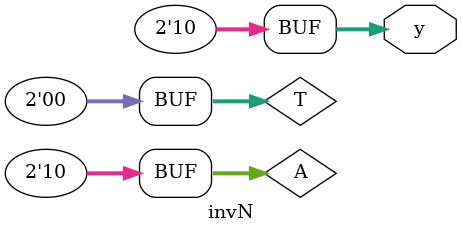
<source format=sv>
module invN #(parameter N=1, parameter W=1, parameter BIT_FRAC=1)           
             (output logic signed [W:0] y);
  
  logic [W:0] A, T;
  always_comb begin
    A = 0;
    T=1<<BIT_FRAC;
    for(int k=BIT_FRAC; k>=0; k--)
      if(N<<k <= T)begin
        A = A+(1<<k);
        T = T-(N<<k);
      end
    y = A;    
  end
  
endmodule: invN

</source>
